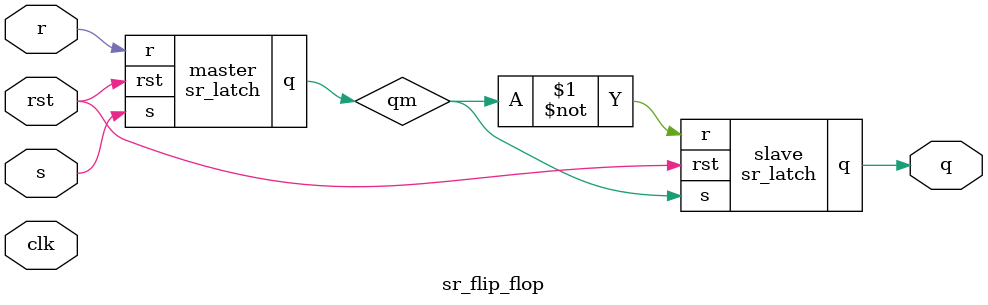
<source format=v>

module sr_latch (
    input s, r, rst,
    output reg q
);
    always @(*) begin
        if (rst)
            q = 0;
        else if (s & ~r)
            q = 1;
        else if (~s & r)
            q = 0;
        else if (~s & ~r)
            q = q;
        else
            q = 1'bx;
    end
endmodule

module sr_flip_flop (
    input s, r, clk, rst,
    output q
);
    wire qm;
    sr_latch master (.s(s), .r(r), .rst(rst), .q(qm));
    sr_latch slave  (.s(qm), .r(~qm), .rst(rst), .q(q));
endmodule

</source>
